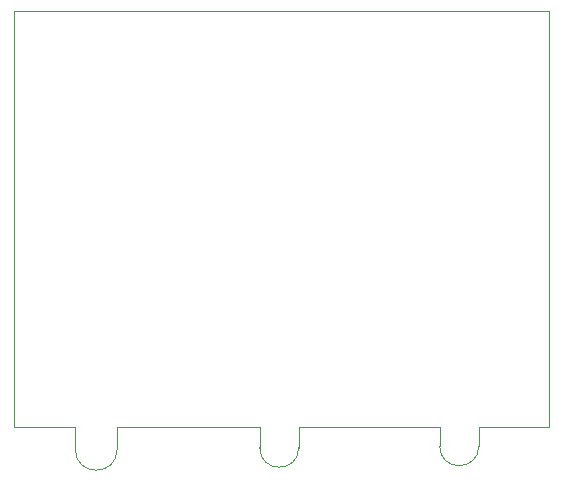
<source format=gbr>
G04 #@! TF.GenerationSoftware,KiCad,Pcbnew,(5.1.4)-1*
G04 #@! TF.CreationDate,2019-11-24T23:21:18+05:30*
G04 #@! TF.ProjectId,half_bridge_fd6288_v3.0,68616c66-5f62-4726-9964-67655f666436,rev?*
G04 #@! TF.SameCoordinates,Original*
G04 #@! TF.FileFunction,Profile,NP*
%FSLAX46Y46*%
G04 Gerber Fmt 4.6, Leading zero omitted, Abs format (unit mm)*
G04 Created by KiCad (PCBNEW (5.1.4)-1) date 2019-11-24 23:21:19*
%MOMM*%
%LPD*%
G04 APERTURE LIST*
%ADD10C,0.050000*%
G04 APERTURE END LIST*
D10*
X82931000Y-119126000D02*
X82931000Y-118872000D01*
X76962000Y-119126000D02*
X82931000Y-119126000D01*
X76962000Y-120777000D02*
X76962000Y-119126000D01*
X73660000Y-119126000D02*
X73660000Y-120777000D01*
X61722000Y-119126000D02*
X73660000Y-119126000D01*
X61722000Y-120904000D02*
X61722000Y-119126000D01*
X58420000Y-119126000D02*
X58420000Y-120904000D01*
X46355000Y-119126000D02*
X58420000Y-119126000D01*
X46355000Y-119126000D02*
X46355000Y-121031000D01*
X42799000Y-121031000D02*
X42799000Y-119126000D01*
X42799000Y-119126000D02*
X37592000Y-119126000D01*
X76962000Y-120777000D02*
G75*
G02X73660000Y-120777000I-1651000J0D01*
G01*
X61722000Y-120904000D02*
G75*
G02X58420000Y-120904000I-1651000J0D01*
G01*
X46355000Y-121031000D02*
G75*
G02X42799000Y-121031000I-1778000J0D01*
G01*
X82931000Y-83947000D02*
X82931000Y-118872000D01*
X37592000Y-83947000D02*
X82931000Y-83947000D01*
X37592000Y-119126000D02*
X37592000Y-83947000D01*
M02*

</source>
